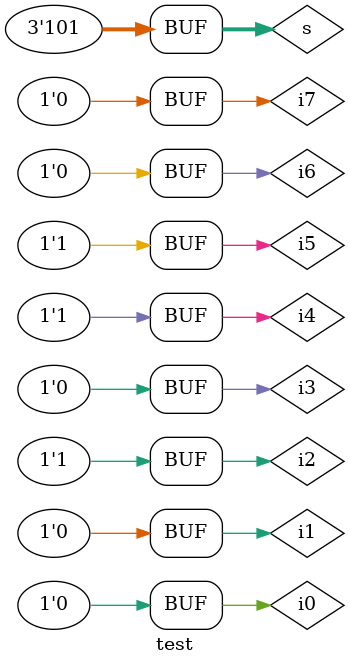
<source format=v>
`include "../lib/mux_8to1.v"

module test;

  reg [2:0] s;
  reg i7, i6, i5, i4, i3, i2, i1, i0;

  wire z;
  mux_8to1 mux(
    .s (s ),
    .i7(i7),
    .i6(i6),
    .i5(i5),
    .i4(i4),
    .i3(i3),
    .i2(i2),
    .i1(i1),
    .i0(i0),
    .z (z));

// 000 0
// 001 1
// 010 2
// 011 3
// 100 4
// 101 5
// 110 6
// 111 7
 
  initial begin
    $monitor($time, ": %b  %b  %b  %b  %b  %b  %b  %b | %b  %b  %b | %b", i7,  i6,  i5,  i4,  i3,  i2,  i1,  i0,  s[2],  s[1],  s[0], z);
    
    #5 i7 = 0; i6 = 0; i5 = 0;  i4 = 0; i3 = 0; i2 = 0; i1 = 0; i0 = 0; s[2] = 0; s[1] = 0; s[0] = 0;
    #5 i4 = 1; i5 = 1; i2 = 1; s[1] = 1; // 010 select i2
    #5 s[0] = 1; // 011 select i3
    #5 s[2] = 1; // 111 select i7
    #5 i7 = 0;
    #5 s[1] = 0; // 101 select i5
    #5 i5 = 1;
  end

endmodule

 

</source>
